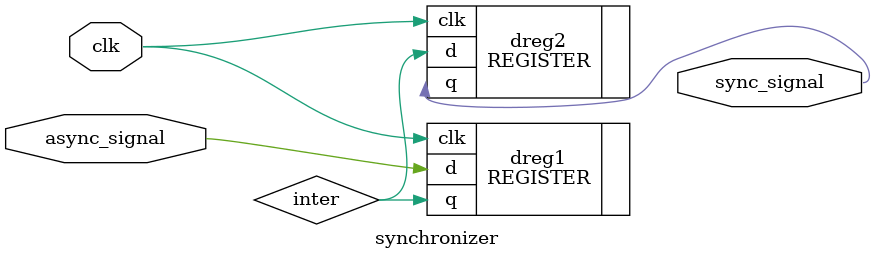
<source format=v>
`include "../../lib/EECS151.v"

module synchronizer #(parameter WIDTH = 1) (
    input [WIDTH-1:0] async_signal,
    input clk,
    output [WIDTH-1:0] sync_signal
);
	    // TODO: Create your 2 flip-flop synchronizer here
	    // This module takes in a vector of WIDTH-bit asynchronous
      // (from different clock domain or not clocked, such as button press) signals
	    // and should output a vector of WIDTH-bit synchronous signals
      // that are synchronized to the input clk
    wire [WIDTH-1:0] inter;

    REGISTER #(WIDTH) dreg1(.clk(clk), .q(inter), .d(async_signal));
    REGISTER #(WIDTH) dreg2(.clk(clk), .q(sync_signal), .d(inter));


	    // Remove this line once you create your synchronize


endmodule
</source>
